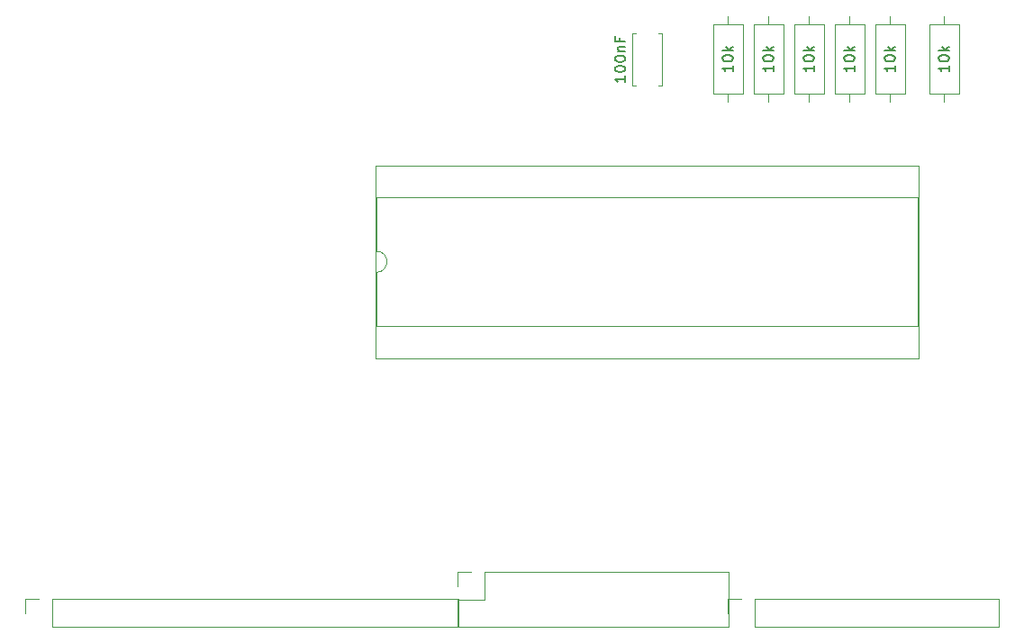
<source format=gbr>
%TF.GenerationSoftware,KiCad,Pcbnew,6.0.11+dfsg-1*%
%TF.CreationDate,2025-12-28T18:33:27+01:00*%
%TF.ProjectId,cpuz80,6370757a-3830-42e6-9b69-6361645f7063,rev?*%
%TF.SameCoordinates,Original*%
%TF.FileFunction,Legend,Top*%
%TF.FilePolarity,Positive*%
%FSLAX46Y46*%
G04 Gerber Fmt 4.6, Leading zero omitted, Abs format (unit mm)*
G04 Created by KiCad (PCBNEW 6.0.11+dfsg-1) date 2025-12-28 18:33:27*
%MOMM*%
%LPD*%
G01*
G04 APERTURE LIST*
%ADD10C,0.150000*%
%ADD11C,0.120000*%
G04 APERTURE END LIST*
D10*
%TO.C,100nF*%
X194802380Y-73977619D02*
X194802380Y-74549047D01*
X194802380Y-74263333D02*
X193802380Y-74263333D01*
X193945238Y-74358571D01*
X194040476Y-74453809D01*
X194088095Y-74549047D01*
X193802380Y-73358571D02*
X193802380Y-73263333D01*
X193850000Y-73168095D01*
X193897619Y-73120476D01*
X193992857Y-73072857D01*
X194183333Y-73025238D01*
X194421428Y-73025238D01*
X194611904Y-73072857D01*
X194707142Y-73120476D01*
X194754761Y-73168095D01*
X194802380Y-73263333D01*
X194802380Y-73358571D01*
X194754761Y-73453809D01*
X194707142Y-73501428D01*
X194611904Y-73549047D01*
X194421428Y-73596666D01*
X194183333Y-73596666D01*
X193992857Y-73549047D01*
X193897619Y-73501428D01*
X193850000Y-73453809D01*
X193802380Y-73358571D01*
X193802380Y-72406190D02*
X193802380Y-72310952D01*
X193850000Y-72215714D01*
X193897619Y-72168095D01*
X193992857Y-72120476D01*
X194183333Y-72072857D01*
X194421428Y-72072857D01*
X194611904Y-72120476D01*
X194707142Y-72168095D01*
X194754761Y-72215714D01*
X194802380Y-72310952D01*
X194802380Y-72406190D01*
X194754761Y-72501428D01*
X194707142Y-72549047D01*
X194611904Y-72596666D01*
X194421428Y-72644285D01*
X194183333Y-72644285D01*
X193992857Y-72596666D01*
X193897619Y-72549047D01*
X193850000Y-72501428D01*
X193802380Y-72406190D01*
X194135714Y-71644285D02*
X194802380Y-71644285D01*
X194230952Y-71644285D02*
X194183333Y-71596666D01*
X194135714Y-71501428D01*
X194135714Y-71358571D01*
X194183333Y-71263333D01*
X194278571Y-71215714D01*
X194802380Y-71215714D01*
X194278571Y-70406190D02*
X194278571Y-70739523D01*
X194802380Y-70739523D02*
X193802380Y-70739523D01*
X193802380Y-70263333D01*
%TO.C,10k*%
X208732380Y-72985238D02*
X208732380Y-73556666D01*
X208732380Y-73270952D02*
X207732380Y-73270952D01*
X207875238Y-73366190D01*
X207970476Y-73461428D01*
X208018095Y-73556666D01*
X207732380Y-72366190D02*
X207732380Y-72270952D01*
X207780000Y-72175714D01*
X207827619Y-72128095D01*
X207922857Y-72080476D01*
X208113333Y-72032857D01*
X208351428Y-72032857D01*
X208541904Y-72080476D01*
X208637142Y-72128095D01*
X208684761Y-72175714D01*
X208732380Y-72270952D01*
X208732380Y-72366190D01*
X208684761Y-72461428D01*
X208637142Y-72509047D01*
X208541904Y-72556666D01*
X208351428Y-72604285D01*
X208113333Y-72604285D01*
X207922857Y-72556666D01*
X207827619Y-72509047D01*
X207780000Y-72461428D01*
X207732380Y-72366190D01*
X208732380Y-71604285D02*
X207732380Y-71604285D01*
X208351428Y-71509047D02*
X208732380Y-71223333D01*
X208065714Y-71223333D02*
X208446666Y-71604285D01*
X216352380Y-72985238D02*
X216352380Y-73556666D01*
X216352380Y-73270952D02*
X215352380Y-73270952D01*
X215495238Y-73366190D01*
X215590476Y-73461428D01*
X215638095Y-73556666D01*
X215352380Y-72366190D02*
X215352380Y-72270952D01*
X215400000Y-72175714D01*
X215447619Y-72128095D01*
X215542857Y-72080476D01*
X215733333Y-72032857D01*
X215971428Y-72032857D01*
X216161904Y-72080476D01*
X216257142Y-72128095D01*
X216304761Y-72175714D01*
X216352380Y-72270952D01*
X216352380Y-72366190D01*
X216304761Y-72461428D01*
X216257142Y-72509047D01*
X216161904Y-72556666D01*
X215971428Y-72604285D01*
X215733333Y-72604285D01*
X215542857Y-72556666D01*
X215447619Y-72509047D01*
X215400000Y-72461428D01*
X215352380Y-72366190D01*
X216352380Y-71604285D02*
X215352380Y-71604285D01*
X215971428Y-71509047D02*
X216352380Y-71223333D01*
X215685714Y-71223333D02*
X216066666Y-71604285D01*
X220162380Y-72985238D02*
X220162380Y-73556666D01*
X220162380Y-73270952D02*
X219162380Y-73270952D01*
X219305238Y-73366190D01*
X219400476Y-73461428D01*
X219448095Y-73556666D01*
X219162380Y-72366190D02*
X219162380Y-72270952D01*
X219210000Y-72175714D01*
X219257619Y-72128095D01*
X219352857Y-72080476D01*
X219543333Y-72032857D01*
X219781428Y-72032857D01*
X219971904Y-72080476D01*
X220067142Y-72128095D01*
X220114761Y-72175714D01*
X220162380Y-72270952D01*
X220162380Y-72366190D01*
X220114761Y-72461428D01*
X220067142Y-72509047D01*
X219971904Y-72556666D01*
X219781428Y-72604285D01*
X219543333Y-72604285D01*
X219352857Y-72556666D01*
X219257619Y-72509047D01*
X219210000Y-72461428D01*
X219162380Y-72366190D01*
X220162380Y-71604285D02*
X219162380Y-71604285D01*
X219781428Y-71509047D02*
X220162380Y-71223333D01*
X219495714Y-71223333D02*
X219876666Y-71604285D01*
X204922380Y-72985238D02*
X204922380Y-73556666D01*
X204922380Y-73270952D02*
X203922380Y-73270952D01*
X204065238Y-73366190D01*
X204160476Y-73461428D01*
X204208095Y-73556666D01*
X203922380Y-72366190D02*
X203922380Y-72270952D01*
X203970000Y-72175714D01*
X204017619Y-72128095D01*
X204112857Y-72080476D01*
X204303333Y-72032857D01*
X204541428Y-72032857D01*
X204731904Y-72080476D01*
X204827142Y-72128095D01*
X204874761Y-72175714D01*
X204922380Y-72270952D01*
X204922380Y-72366190D01*
X204874761Y-72461428D01*
X204827142Y-72509047D01*
X204731904Y-72556666D01*
X204541428Y-72604285D01*
X204303333Y-72604285D01*
X204112857Y-72556666D01*
X204017619Y-72509047D01*
X203970000Y-72461428D01*
X203922380Y-72366190D01*
X204922380Y-71604285D02*
X203922380Y-71604285D01*
X204541428Y-71509047D02*
X204922380Y-71223333D01*
X204255714Y-71223333D02*
X204636666Y-71604285D01*
X212542380Y-72985238D02*
X212542380Y-73556666D01*
X212542380Y-73270952D02*
X211542380Y-73270952D01*
X211685238Y-73366190D01*
X211780476Y-73461428D01*
X211828095Y-73556666D01*
X211542380Y-72366190D02*
X211542380Y-72270952D01*
X211590000Y-72175714D01*
X211637619Y-72128095D01*
X211732857Y-72080476D01*
X211923333Y-72032857D01*
X212161428Y-72032857D01*
X212351904Y-72080476D01*
X212447142Y-72128095D01*
X212494761Y-72175714D01*
X212542380Y-72270952D01*
X212542380Y-72366190D01*
X212494761Y-72461428D01*
X212447142Y-72509047D01*
X212351904Y-72556666D01*
X212161428Y-72604285D01*
X211923333Y-72604285D01*
X211732857Y-72556666D01*
X211637619Y-72509047D01*
X211590000Y-72461428D01*
X211542380Y-72366190D01*
X212542380Y-71604285D02*
X211542380Y-71604285D01*
X212161428Y-71509047D02*
X212542380Y-71223333D01*
X211875714Y-71223333D02*
X212256666Y-71604285D01*
X225242380Y-72985238D02*
X225242380Y-73556666D01*
X225242380Y-73270952D02*
X224242380Y-73270952D01*
X224385238Y-73366190D01*
X224480476Y-73461428D01*
X224528095Y-73556666D01*
X224242380Y-72366190D02*
X224242380Y-72270952D01*
X224290000Y-72175714D01*
X224337619Y-72128095D01*
X224432857Y-72080476D01*
X224623333Y-72032857D01*
X224861428Y-72032857D01*
X225051904Y-72080476D01*
X225147142Y-72128095D01*
X225194761Y-72175714D01*
X225242380Y-72270952D01*
X225242380Y-72366190D01*
X225194761Y-72461428D01*
X225147142Y-72509047D01*
X225051904Y-72556666D01*
X224861428Y-72604285D01*
X224623333Y-72604285D01*
X224432857Y-72556666D01*
X224337619Y-72509047D01*
X224290000Y-72461428D01*
X224242380Y-72366190D01*
X225242380Y-71604285D02*
X224242380Y-71604285D01*
X224861428Y-71509047D02*
X225242380Y-71223333D01*
X224575714Y-71223333D02*
X224956666Y-71604285D01*
D11*
%TO.C,REF\u002A\u002A*%
X179010000Y-125790000D02*
X179010000Y-123190000D01*
X204530000Y-125790000D02*
X204530000Y-120590000D01*
X181610000Y-120590000D02*
X204530000Y-120590000D01*
X181610000Y-123190000D02*
X181610000Y-120590000D01*
X179010000Y-120590000D02*
X180340000Y-120590000D01*
X179010000Y-125790000D02*
X204530000Y-125790000D01*
X179010000Y-123190000D02*
X181610000Y-123190000D01*
X179010000Y-121920000D02*
X179010000Y-120590000D01*
X207010000Y-125790000D02*
X229930000Y-125790000D01*
X204410000Y-123130000D02*
X205740000Y-123130000D01*
X204410000Y-124460000D02*
X204410000Y-123130000D01*
X207010000Y-125790000D02*
X207010000Y-123130000D01*
X229930000Y-125790000D02*
X229930000Y-123130000D01*
X207010000Y-123130000D02*
X229930000Y-123130000D01*
X171390000Y-85380000D02*
X171390000Y-90440000D01*
X171390000Y-97500000D02*
X222310000Y-97500000D01*
X171390000Y-92440000D02*
X171390000Y-97500000D01*
X222310000Y-97500000D02*
X222310000Y-85380000D01*
X222310000Y-85380000D02*
X171390000Y-85380000D01*
X222370000Y-100500000D02*
X222370000Y-82380000D01*
X171330000Y-82380000D02*
X171330000Y-100500000D01*
X171330000Y-100500000D02*
X222370000Y-100500000D01*
X222370000Y-82380000D02*
X171330000Y-82380000D01*
X171390000Y-92440000D02*
G75*
G03*
X171390000Y-90440000I0J1000000D01*
G01*
%TO.C,100nF*%
X197905000Y-74900000D02*
X198220000Y-74900000D01*
X195480000Y-74900000D02*
X195795000Y-74900000D01*
X195480000Y-69960000D02*
X195795000Y-69960000D01*
X195480000Y-74900000D02*
X195480000Y-69960000D01*
X198220000Y-74900000D02*
X198220000Y-69960000D01*
X197905000Y-69960000D02*
X198220000Y-69960000D01*
%TO.C,10k*%
X208280000Y-76430000D02*
X208280000Y-75660000D01*
X209650000Y-69120000D02*
X206910000Y-69120000D01*
X206910000Y-69120000D02*
X206910000Y-75660000D01*
X209650000Y-75660000D02*
X209650000Y-69120000D01*
X206910000Y-75660000D02*
X209650000Y-75660000D01*
X208280000Y-68350000D02*
X208280000Y-69120000D01*
%TO.C,REF\u002A\u002A*%
X138370000Y-124460000D02*
X138370000Y-123130000D01*
X140970000Y-125790000D02*
X179130000Y-125790000D01*
X140970000Y-125790000D02*
X140970000Y-123130000D01*
X179130000Y-125790000D02*
X179130000Y-123130000D01*
X138370000Y-123130000D02*
X139700000Y-123130000D01*
X140970000Y-123130000D02*
X179130000Y-123130000D01*
%TO.C,10k*%
X217270000Y-75660000D02*
X217270000Y-69120000D01*
X214530000Y-75660000D02*
X217270000Y-75660000D01*
X217270000Y-69120000D02*
X214530000Y-69120000D01*
X214530000Y-69120000D02*
X214530000Y-75660000D01*
X215900000Y-76430000D02*
X215900000Y-75660000D01*
X215900000Y-68350000D02*
X215900000Y-69120000D01*
X221080000Y-69120000D02*
X218340000Y-69120000D01*
X219710000Y-68350000D02*
X219710000Y-69120000D01*
X218340000Y-69120000D02*
X218340000Y-75660000D01*
X221080000Y-75660000D02*
X221080000Y-69120000D01*
X219710000Y-76430000D02*
X219710000Y-75660000D01*
X218340000Y-75660000D02*
X221080000Y-75660000D01*
X204470000Y-68350000D02*
X204470000Y-69120000D01*
X205840000Y-69120000D02*
X203100000Y-69120000D01*
X203100000Y-69120000D02*
X203100000Y-75660000D01*
X205840000Y-75660000D02*
X205840000Y-69120000D01*
X203100000Y-75660000D02*
X205840000Y-75660000D01*
X204470000Y-76430000D02*
X204470000Y-75660000D01*
X212090000Y-76430000D02*
X212090000Y-75660000D01*
X210720000Y-75660000D02*
X213460000Y-75660000D01*
X213460000Y-75660000D02*
X213460000Y-69120000D01*
X213460000Y-69120000D02*
X210720000Y-69120000D01*
X210720000Y-69120000D02*
X210720000Y-75660000D01*
X212090000Y-68350000D02*
X212090000Y-69120000D01*
X226160000Y-69120000D02*
X223420000Y-69120000D01*
X223420000Y-69120000D02*
X223420000Y-75660000D01*
X223420000Y-75660000D02*
X226160000Y-75660000D01*
X224790000Y-68350000D02*
X224790000Y-69120000D01*
X224790000Y-76430000D02*
X224790000Y-75660000D01*
X226160000Y-75660000D02*
X226160000Y-69120000D01*
%TD*%
M02*

</source>
